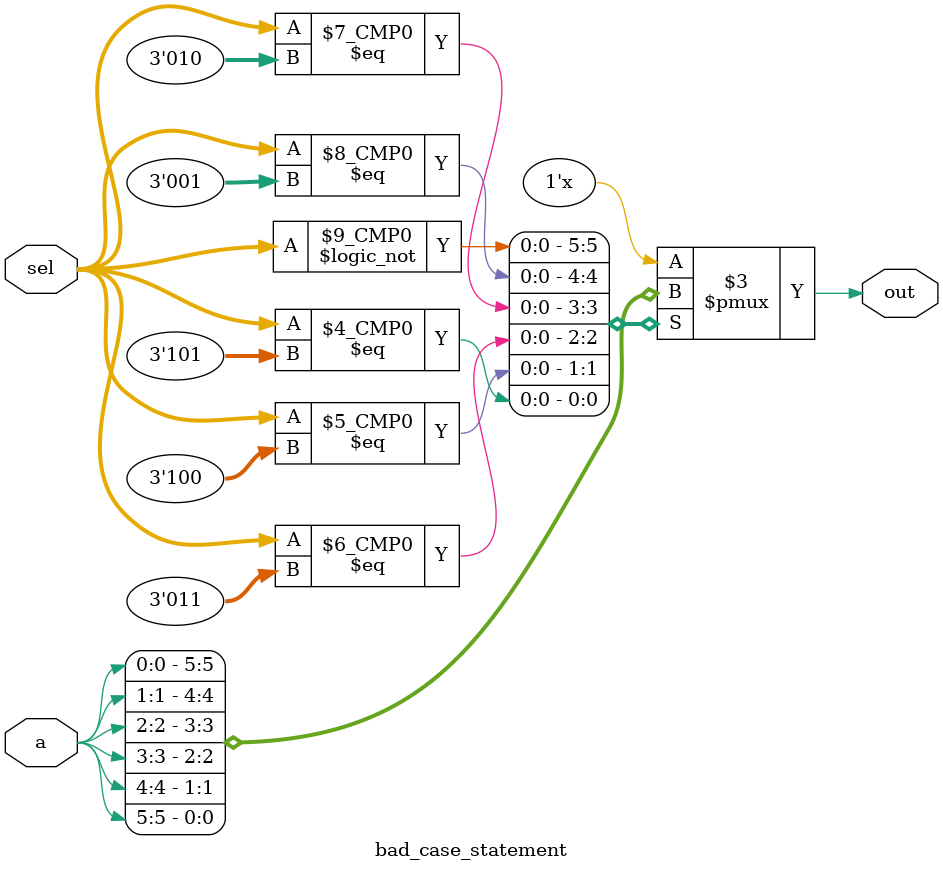
<source format=v>
/*
Mux 6 para 1 (forma incoreta)
Autor: Camila Boa Morte
Descricao: Este modulo descreve um multiplexador 6 para 1 em verilog comportamental. O eero na implementacao
consiste na ausencia de uma caso default no case, fazendo com que a ferramenta de sintese implemente um latch
onde nao deveria ter

XXXI SIECOMP - Oficina Introducao ao Verilog Comportamental
*/
module bad_case_statement(input [5:0] a, input [2:0] sel, output reg out); //declaracao de portas

	/* Funcionamento do circuito*/
	always @ (*) begin
		case(sel)
			3'b000: out = a[0];
			3'b001: out = a[1];
			3'b010: out = a[2];
			3'b011: out = a[3];
			3'b100: out = a[4];
			3'b101: out = a[5];
		endcase
	end

endmodule

</source>
